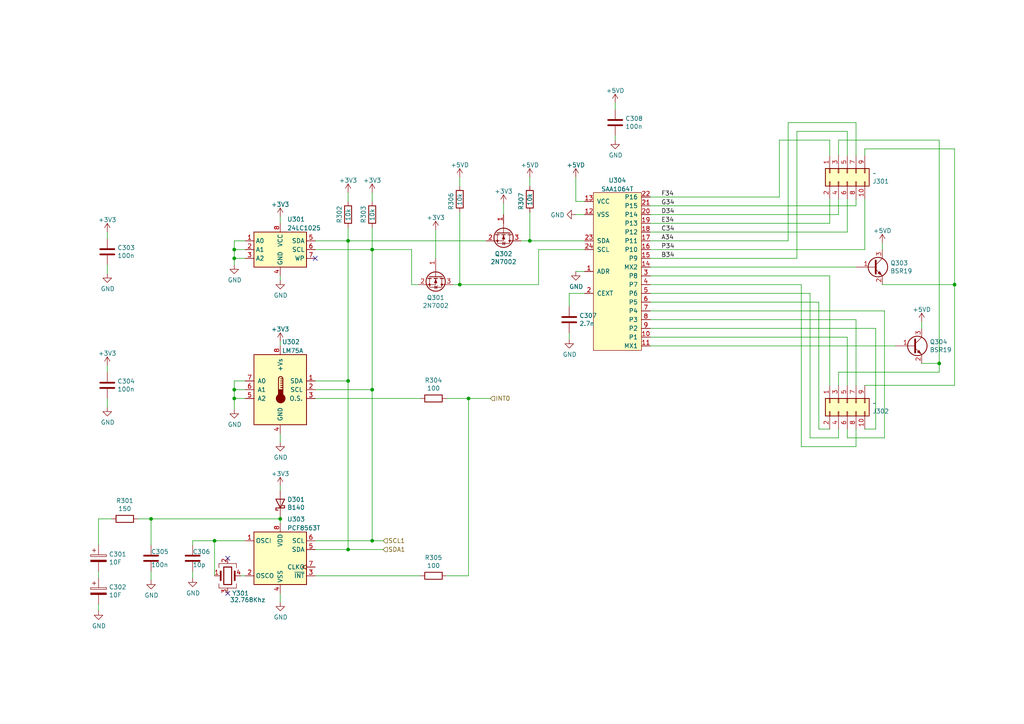
<source format=kicad_sch>
(kicad_sch (version 20231120) (generator "eeschema") (generator_version "8.0")
  (paper "A4")
  (title_block (title "CPU CUBE") (date "2022-12-25") (rev "V2.10") (company "CUBEDEB") (comment 1 "I2C"))
  (lib_symbols
    (symbol "CEN-SCHEMA:SAA1064T" (pin_names (offset 1.016))
      (property "Reference" "U" (at 46.355 1.905 0))
      (property "Value" "SAA1064T" (at 46.355 1.905 0))
      (symbol "SAA1064T_0_1"
        (rectangle (start -5.08 22.86) (end 8.89 -22.86) (fill (type background)))
      )
      (symbol "SAA1064T_1_1"
        (pin input line (at 11.43 0 180) (length 2.54) (name "ADR") (number "1"))
        (pin input line (at -7.62 -19.05 0) (length 2.54) (name "P1") (number "10"))
        (pin input line (at -7.62 -21.59 0) (length 2.54) (name "MX1") (number "11"))
        (pin input line (at 11.43 16.51 180) (length 2.54) (name "VSS") (number "12"))
        (pin input line (at 11.43 20.32 180) (length 2.54) (name "VCC") (number "13"))
        (pin input line (at -7.62 1.27 0) (length 2.54) (name "MX2") (number "14"))
        (pin input line (at -7.62 3.81 0) (length 2.54) (name "P9") (number "15"))
        (pin input line (at -7.62 6.35 0) (length 2.54) (name "P10") (number "16"))
        (pin input line (at -7.62 8.89 0) (length 2.54) (name "P11") (number "17"))
        (pin input line (at -7.62 11.43 0) (length 2.54) (name "P12") (number "18"))
        (pin input line (at -7.62 13.97 0) (length 2.54) (name "P13") (number "19"))
        (pin input line (at 11.43 -6.35 180) (length 2.54) (name "CEXT") (number "2"))
        (pin input line (at -7.62 16.51 0) (length 2.54) (name "P14") (number "20"))
        (pin input line (at -7.62 19.05 0) (length 2.54) (name "P15") (number "21"))
        (pin input line (at -7.62 21.59 0) (length 2.54) (name "P16") (number "22"))
        (pin input line (at 11.43 8.89 180) (length 2.54) (name "SDA") (number "23"))
        (pin input line (at 11.43 6.35 180) (length 2.54) (name "SCL") (number "24"))
        (pin input line (at -7.62 -1.27 0) (length 2.54) (name "P8") (number "3"))
        (pin input line (at -7.62 -3.81 0) (length 2.54) (name "P7") (number "4"))
        (pin input line (at -7.62 -6.35 0) (length 2.54) (name "P6") (number "5"))
        (pin input line (at -7.62 -8.89 0) (length 2.54) (name "P5") (number "6"))
        (pin input line (at -7.62 -11.43 0) (length 2.54) (name "P4") (number "7"))
        (pin input line (at -7.62 -13.97 0) (length 2.54) (name "P3") (number "8"))
        (pin input line (at -7.62 -16.51 0) (length 2.54) (name "P2") (number "9"))
      )
    )
    (symbol "Connector_Generic:Conn_02x05_Odd_Even" (pin_names (offset 1.016) hide)
      (property "Reference" "J" (at 1.27 7.62 0))
      (property "Value" "Conn_02x05_Odd_Even" (at 1.27 -7.62 0))
      (symbol "Conn_02x05_Odd_Even_1_1"
        (rectangle (start -1.27 -4.953) (end 0 -5.207) (stroke (width 0.1524)))
        (rectangle (start -1.27 -2.413) (end 0 -2.667) (stroke (width 0.1524)))
        (rectangle (start -1.27 0.127) (end 0 -0.127) (stroke (width 0.1524)))
        (rectangle (start -1.27 2.667) (end 0 2.413) (stroke (width 0.1524)))
        (rectangle (start -1.27 5.207) (end 0 4.953) (stroke (width 0.1524)))
        (rectangle (start -1.27 6.35) (end 3.81 -6.35) (stroke (width 0.254)) (fill (type background)))
        (rectangle (start 3.81 -4.953) (end 2.54 -5.207) (stroke (width 0.1524)))
        (rectangle (start 3.81 -2.413) (end 2.54 -2.667) (stroke (width 0.1524)))
        (rectangle (start 3.81 0.127) (end 2.54 -0.127) (stroke (width 0.1524)))
        (rectangle (start 3.81 2.667) (end 2.54 2.413) (stroke (width 0.1524)))
        (rectangle (start 3.81 5.207) (end 2.54 4.953) (stroke (width 0.1524)))
        (pin passive line (at -5.08 5.08 0) (length 3.81) (name "Pin_1") (number "1"))
        (pin passive line (at 7.62 -5.08 180) (length 3.81) (name "Pin_10") (number "10"))
        (pin passive line (at 7.62 5.08 180) (length 3.81) (name "Pin_2") (number "2"))
        (pin passive line (at -5.08 2.54 0) (length 3.81) (name "Pin_3") (number "3"))
        (pin passive line (at 7.62 2.54 180) (length 3.81) (name "Pin_4") (number "4"))
        (pin passive line (at -5.08 0 0) (length 3.81) (name "Pin_5") (number "5"))
        (pin passive line (at 7.62 0 180) (length 3.81) (name "Pin_6") (number "6"))
        (pin passive line (at -5.08 -2.54 0) (length 3.81) (name "Pin_7") (number "7"))
        (pin passive line (at 7.62 -2.54 180) (length 3.81) (name "Pin_8") (number "8"))
        (pin passive line (at -5.08 -5.08 0) (length 3.81) (name "Pin_9") (number "9"))
      )
    )
    (symbol "Device:C" (pin_numbers hide) (pin_names (offset 0.254))
      (property "Reference" "C" (at 0.635 2.54 0))
      (property "Value" "C" (at 0.635 -2.54 0))
      (symbol "C_0_1"
        (polyline (pts (xy -2.032 -0.762) (xy 2.032 -0.762)) (stroke (width 0.508)))
        (polyline (pts (xy -2.032 0.762) (xy 2.032 0.762)) (stroke (width 0.508)))
      )
      (symbol "C_1_1"
        (pin passive line (at 0 3.81 270) (length 2.794) (name "~") (number "1"))
        (pin passive line (at 0 -3.81 90) (length 2.794) (name "~") (number "2"))
      )
    )
    (symbol "Device:C_Polarized" (pin_numbers hide) (pin_names (offset 0.254))
      (property "Reference" "C" (at 0.635 2.54 0))
      (property "Value" "C_Polarized" (at 0.635 -2.54 0))
      (symbol "C_Polarized_0_1"
        (rectangle (start -2.286 0.508) (end 2.286 1.016))
        (polyline (pts (xy -1.778 2.286) (xy -0.762 2.286)))
        (polyline (pts (xy -1.27 2.794) (xy -1.27 1.778)))
        (rectangle (start 2.286 -0.508) (end -2.286 -1.016) (fill (type outline)))
      )
      (symbol "C_Polarized_1_1"
        (pin passive line (at 0 3.81 270) (length 2.794) (name "~") (number "1"))
        (pin passive line (at 0 -3.81 90) (length 2.794) (name "~") (number "2"))
      )
    )
    (symbol "Device:Crystal_GND23" (pin_names (offset 1.016) hide)
      (property "Reference" "Y" (at 3.175 5.08 0))
      (property "Value" "Crystal_GND23" (at 3.175 3.175 0))
      (symbol "Crystal_GND23_0_1"
        (rectangle (start -1.143 2.54) (end 1.143 -2.54) (stroke (width 0.3048)))
        (polyline (pts (xy -2.54 0) (xy -2.032 0)))
        (polyline (pts (xy -2.032 -1.27) (xy -2.032 1.27)) (stroke (width 0.508)))
        (polyline (pts (xy 0 -3.81) (xy 0 -3.556)))
        (polyline (pts (xy 0 3.556) (xy 0 3.81)))
        (polyline (pts (xy 2.032 -1.27) (xy 2.032 1.27)) (stroke (width 0.508)))
        (polyline (pts (xy 2.032 0) (xy 2.54 0)))
        (polyline (pts (xy -2.54 -2.286) (xy -2.54 -3.556) (xy 2.54 -3.556) (xy 2.54 -2.286)))
        (polyline (pts (xy -2.54 2.286) (xy -2.54 3.556) (xy 2.54 3.556) (xy 2.54 2.286)))
      )
      (symbol "Crystal_GND23_1_1"
        (pin passive line (at -3.81 0 0) (length 1.27) (name "1") (number "1"))
        (pin passive line (at 0 5.08 270) (length 1.27) (name "2") (number "2"))
        (pin passive line (at 0 -5.08 90) (length 1.27) (name "3") (number "3"))
        (pin passive line (at 3.81 0 180) (length 1.27) (name "4") (number "4"))
      )
    )
    (symbol "Device:D_Schottky" (pin_numbers hide) (pin_names (offset 1.016) hide)
      (property "Reference" "D" (at 0 2.54 0))
      (property "Value" "D_Schottky" (at 0 -2.54 0))
      (symbol "D_Schottky_0_1"
        (polyline (pts (xy 1.27 0) (xy -1.27 0)))
        (polyline (pts (xy 1.27 1.27) (xy 1.27 -1.27) (xy -1.27 0) (xy 1.27 1.27)) (stroke (width 0.254)))
        (polyline (pts (xy -1.905 0.635) (xy -1.905 1.27) (xy -1.27 1.27) (xy -1.27 -1.27) (xy -0.635 -1.27) (xy -0.635 -0.635)) (stroke (width 0.254)))
      )
      (symbol "D_Schottky_1_1"
        (pin passive line (at -3.81 0 0) (length 2.54) (name "K") (number "1"))
        (pin passive line (at 3.81 0 180) (length 2.54) (name "A") (number "2"))
      )
    )
    (symbol "Device:R" (pin_numbers hide) (pin_names (offset 0))
      (property "Reference" "R" (at 2.032 0 90))
      (property "Value" "R" (at 0 0 90))
      (symbol "R_0_1"
        (rectangle (start -1.016 -2.54) (end 1.016 2.54) (stroke (width 0.254)))
      )
      (symbol "R_1_1"
        (pin passive line (at 0 3.81 270) (length 1.27) (name "~") (number "1"))
        (pin passive line (at 0 -3.81 90) (length 1.27) (name "~") (number "2"))
      )
    )
    (symbol "Memory_EEPROM:24LC1025"
      (property "Reference" "U" (at -6.35 6.35 0))
      (property "Value" "24LC1025" (at 1.27 6.35 0))
      (symbol "24LC1025_1_1"
        (rectangle (start -7.62 5.08) (end 7.62 -5.08) (stroke (width 0.254)) (fill (type background)))
        (pin input line (at -10.16 2.54 0) (length 2.54) (name "A0") (number "1"))
        (pin input line (at -10.16 0 0) (length 2.54) (name "A1") (number "2"))
        (pin input line (at -10.16 -2.54 0) (length 2.54) (name "A2") (number "3"))
        (pin power_in line (at 0 -7.62 90) (length 2.54) (name "GND") (number "4"))
        (pin bidirectional line (at 10.16 2.54 180) (length 2.54) (name "SDA") (number "5"))
        (pin input line (at 10.16 0 180) (length 2.54) (name "SCL") (number "6"))
        (pin input line (at 10.16 -2.54 180) (length 2.54) (name "WP") (number "7"))
        (pin power_in line (at 0 7.62 270) (length 2.54) (name "VCC") (number "8"))
      )
    )
    (symbol "Sensor_Temperature:LM75B" (pin_names (offset 1.016))
      (property "Reference" "U" (at -6.35 11.43 0))
      (property "Value" "LM75B" (at 0 11.43 0))
      (symbol "LM75B_0_1"
        (rectangle (start -7.62 10.16) (end 7.62 -10.16) (stroke (width 0.254)) (fill (type background)))
        (circle (center -0.127 -2.54) (radius 1.27) (stroke (width 0.254)) (fill (type outline)))
        (polyline (pts (xy -0.762 0.635) (xy -0.127 0.635)) (stroke (width 0.254)))
        (polyline (pts (xy -0.762 1.27) (xy -0.127 1.27)) (stroke (width 0.254)))
        (polyline (pts (xy -0.762 1.905) (xy -0.127 1.905)) (stroke (width 0.254)))
        (polyline (pts (xy -0.762 2.54) (xy -0.127 2.54)) (stroke (width 0.254)))
        (polyline (pts (xy -0.762 3.175) (xy -0.762 0)) (stroke (width 0.254)))
        (polyline (pts (xy -0.762 3.175) (xy -0.127 3.175)) (stroke (width 0.254)))
        (polyline (pts (xy 0.508 3.175) (xy 0.508 0)) (stroke (width 0.254)))
        (rectangle (start 0.508 -1.905) (end -0.762 0) (stroke (width 0.254)) (fill (type outline)))
        (arc (start 0.508 3.175) (mid -0.127 3.8072) (end -0.762 3.175) (stroke (width 0.254)))
      )
      (symbol "LM75B_1_1"
        (pin bidirectional line (at -10.16 2.54 0) (length 2.54) (name "SDA") (number "1"))
        (pin input line (at -10.16 0 0) (length 2.54) (name "SCL") (number "2"))
        (pin open_collector line (at -10.16 -2.54 0) (length 2.54) (name "O.S.") (number "3"))
        (pin power_in line (at 0 -12.7 90) (length 2.54) (name "GND") (number "4"))
        (pin input line (at 10.16 -2.54 180) (length 2.54) (name "A2") (number "5"))
        (pin input line (at 10.16 0 180) (length 2.54) (name "A1") (number "6"))
        (pin input line (at 10.16 2.54 180) (length 2.54) (name "A0") (number "7"))
        (pin power_in line (at 0 12.7 270) (length 2.54) (name "+Vs") (number "8"))
      )
    )
    (symbol "Timer_RTC:PCF8563T"
      (property "Reference" "U" (at -7.62 8.89 0))
      (property "Value" "PCF8563T" (at 2.54 8.89 0))
      (symbol "PCF8563T_0_1"
        (rectangle (start -7.62 7.62) (end 7.62 -7.62) (stroke (width 0.254)) (fill (type background)))
      )
      (symbol "PCF8563T_1_1"
        (pin input line (at -10.16 5.08 0) (length 2.54) (name "OSCI") (number "1"))
        (pin output line (at -10.16 -5.08 0) (length 2.54) (name "OSCO") (number "2"))
        (pin output line (at 10.16 -5.08 180) (length 2.54) (name "~{INT}") (number "3"))
        (pin power_in line (at 0 -10.16 90) (length 2.54) (name "VSS") (number "4"))
        (pin bidirectional line (at 10.16 2.54 180) (length 2.54) (name "SDA") (number "5"))
        (pin input line (at 10.16 5.08 180) (length 2.54) (name "SCL") (number "6"))
        (pin output clock (at 10.16 -2.54 180) (length 2.54) (name "CLKO") (number "7"))
        (pin power_in line (at 0 10.16 270) (length 2.54) (name "VDD") (number "8"))
      )
    )
    (symbol "Transistor_BJT:BC817" (pin_names (offset 0) hide)
      (property "Reference" "Q" (at 5.08 1.905 0))
      (property "Value" "BC817" (at 5.08 0 0))
      (symbol "BC817_0_1"
        (polyline (pts (xy 0.635 0.635) (xy 2.54 2.54)))
        (polyline (pts (xy 0.635 -0.635) (xy 2.54 -2.54) (xy 2.54 -2.54)))
        (polyline (pts (xy 0.635 1.905) (xy 0.635 -1.905) (xy 0.635 -1.905)) (stroke (width 0.508)))
        (polyline (pts (xy 1.27 -1.778) (xy 1.778 -1.27) (xy 2.286 -2.286) (xy 1.27 -1.778) (xy 1.27 -1.778)) (fill (type outline)))
        (circle (center 1.27 0) (radius 2.8194) (stroke (width 0.254)))
      )
      (symbol "BC817_1_1"
        (pin input line (at -5.08 0 0) (length 5.715) (name "B") (number "1"))
        (pin passive line (at 2.54 -5.08 90) (length 2.54) (name "E") (number "2"))
        (pin passive line (at 2.54 5.08 270) (length 2.54) (name "C") (number "3"))
      )
    )
    (symbol "Transistor_FET:2N7002" (pin_names hide)
      (property "Reference" "Q" (at 5.08 1.905 0))
      (property "Value" "2N7002" (at 5.08 0 0))
      (symbol "2N7002_0_1"
        (polyline (pts (xy 0.254 0) (xy -2.54 0)))
        (polyline (pts (xy 0.254 1.905) (xy 0.254 -1.905)) (stroke (width 0.254)))
        (polyline (pts (xy 0.762 -1.27) (xy 0.762 -2.286)) (stroke (width 0.254)))
        (polyline (pts (xy 0.762 0.508) (xy 0.762 -0.508)) (stroke (width 0.254)))
        (polyline (pts (xy 0.762 2.286) (xy 0.762 1.27)) (stroke (width 0.254)))
        (polyline (pts (xy 2.54 2.54) (xy 2.54 1.778)))
        (polyline (pts (xy 2.54 -2.54) (xy 2.54 0) (xy 0.762 0)))
        (polyline (pts (xy 0.762 -1.778) (xy 3.302 -1.778) (xy 3.302 1.778) (xy 0.762 1.778)))
        (polyline (pts (xy 1.016 0) (xy 2.032 0.381) (xy 2.032 -0.381) (xy 1.016 0)) (fill (type outline)))
        (polyline (pts (xy 2.794 0.508) (xy 2.921 0.381) (xy 3.683 0.381) (xy 3.81 0.254)))
        (polyline (pts (xy 3.302 0.381) (xy 2.921 -0.254) (xy 3.683 -0.254) (xy 3.302 0.381)))
        (circle (center 1.651 0) (radius 2.794) (stroke (width 0.254)))
        (circle (center 2.54 -1.778) (radius 0.254) (fill (type outline)))
        (circle (center 2.54 1.778) (radius 0.254) (fill (type outline)))
      )
      (symbol "2N7002_1_1"
        (pin input line (at -5.08 0 0) (length 2.54) (name "G") (number "1"))
        (pin passive line (at 2.54 -5.08 90) (length 2.54) (name "S") (number "2"))
        (pin passive line (at 2.54 5.08 270) (length 2.54) (name "D") (number "3"))
      )
    )
    (symbol "power:+3.3V" (power) (pin_names (offset 0))
      (property "Value" "+3.3V" (at 0 3.556 0))
      (symbol "+3.3V_0_1"
        (polyline (pts (xy -0.762 1.27) (xy 0 2.54)))
        (polyline (pts (xy 0 0) (xy 0 2.54)))
        (polyline (pts (xy 0 2.54) (xy 0.762 1.27)))
      )
      (symbol "+3.3V_1_1"
        (pin power_in line (at 0 0 90) (length 0) hide (name "+3V3") (number "1"))
      )
    )
    (symbol "power:+5VD" (power) (pin_names (offset 0))
      (property "Value" "+5VD" (at 0 3.556 0))
      (symbol "+5VD_0_1"
        (polyline (pts (xy -0.762 1.27) (xy 0 2.54)))
        (polyline (pts (xy 0 0) (xy 0 2.54)))
        (polyline (pts (xy 0 2.54) (xy 0.762 1.27)))
      )
      (symbol "+5VD_1_1"
        (pin power_in line (at 0 0 90) (length 0) hide (name "+5VD") (number "1"))
      )
    )
    (symbol "power:GND" (power) (pin_names (offset 0))
      (property "Value" "GND" (at 0 -3.81 0))
      (symbol "GND_0_1"
        (polyline (pts (xy 0 0) (xy 0 -1.27) (xy 1.27 -1.27) (xy 0 -2.54) (xy -1.27 -1.27) (xy 0 -1.27)))
      )
      (symbol "GND_1_1"
        (pin power_in line (at 0 0 270) (length 0) hide (name "GND") (number "1"))
      )
    )
  )
  (junction (at 100.965 110.49))
  (junction (at 43.815 150.495))
  (junction (at 100.965 159.385))
  (junction (at 67.945 113.03))
  (junction (at 272.415 105.41))
  (junction (at 107.95 113.03))
  (junction (at 107.95 72.39))
  (junction (at 100.965 69.85))
  (junction (at 107.95 156.845))
  (junction (at 153.67 69.85))
  (junction (at 81.28 150.495))
  (junction (at 133.35 82.55))
  (junction (at 276.86 82.55))
  (junction (at 67.945 115.57))
  (junction (at 62.23 156.845))
  (junction (at 67.945 72.39))
  (junction (at 135.89 115.57))
  (junction (at 67.945 74.93))
  (no_connect (at 66.04 161.925))
  (no_connect (at 66.04 172.085))
  (no_connect (at 91.44 74.93))
  (wire (pts (xy 188.595 87.63) (xy 237.49 87.63)))
  (wire (pts (xy 81.28 150.495) (xy 81.28 149.86)))
  (wire (pts (xy 67.945 74.93) (xy 67.945 76.835)))
  (wire (pts (xy 188.595 67.31) (xy 245.745 67.31)))
  (wire (pts (xy 119.38 72.39) (xy 119.38 82.55)))
  (wire (pts (xy 81.28 150.495) (xy 43.815 150.495)))
  (wire (pts (xy 100.965 159.385) (xy 91.44 159.385)))
  (wire (pts (xy 243.205 107.95) (xy 243.205 111.76)))
  (wire (pts (xy 276.86 111.76) (xy 276.86 82.55)))
  (wire (pts (xy 107.95 58.42) (xy 107.95 55.88)))
  (wire (pts (xy 237.49 124.46) (xy 240.665 124.46)))
  (wire (pts (xy 188.595 90.17) (xy 256.54 90.17)))
  (wire (pts (xy 234.95 85.09) (xy 234.95 127)))
  (wire (pts (xy 91.44 69.85) (xy 100.965 69.85)))
  (wire (pts (xy 188.595 85.09) (xy 234.95 85.09)))
  (wire (pts (xy 153.67 51.435) (xy 153.67 53.975)))
  (wire (pts (xy 167.005 58.42) (xy 169.545 58.42)))
  (wire (pts (xy 255.905 72.39) (xy 255.905 70.485)))
  (wire (pts (xy 188.595 57.15) (xy 226.06 57.15)))
  (wire (pts (xy 250.825 72.39) (xy 250.825 57.785)))
  (wire (pts (xy 267.335 95.25) (xy 267.335 93.345)))
  (wire (pts (xy 91.44 156.845) (xy 107.95 156.845)))
  (wire (pts (xy 231.14 38.1) (xy 231.14 74.93)))
  (wire (pts (xy 250.825 43.18) (xy 250.825 45.085)))
  (wire (pts (xy 231.14 38.1) (xy 245.745 38.1)))
  (wire (pts (xy 32.385 150.495) (xy 28.575 150.495)))
  (wire (pts (xy 81.28 100.33) (xy 81.28 99.06)))
  (wire (pts (xy 55.88 165.735) (xy 55.88 167.64)))
  (wire (pts (xy 71.12 113.03) (xy 67.945 113.03)))
  (wire (pts (xy 248.285 92.71) (xy 248.285 111.76)))
  (wire (pts (xy 133.35 61.595) (xy 133.35 82.55)))
  (wire (pts (xy 31.115 115.57) (xy 31.115 118.11)))
  (wire (pts (xy 81.28 172.085) (xy 81.28 174.625)))
  (wire (pts (xy 272.415 40.64) (xy 243.205 40.64)))
  (wire (pts (xy 165.1 85.09) (xy 165.1 88.9)))
  (wire (pts (xy 107.95 156.845) (xy 111.125 156.845)))
  (wire (pts (xy 178.435 39.37) (xy 178.435 40.64)))
  (wire (pts (xy 91.44 167.005) (xy 121.92 167.005)))
  (wire (pts (xy 81.28 64.77) (xy 81.28 62.865)))
  (wire (pts (xy 43.815 165.735) (xy 43.815 168.275)))
  (wire (pts (xy 243.205 40.64) (xy 243.205 45.085)))
  (wire (pts (xy 256.54 127) (xy 245.745 127)))
  (wire (pts (xy 250.825 111.76) (xy 276.86 111.76)))
  (wire (pts (xy 100.965 66.04) (xy 100.965 69.85)))
  (wire (pts (xy 240.665 80.01) (xy 240.665 111.76)))
  (wire (pts (xy 240.665 40.64) (xy 240.665 45.085)))
  (wire (pts (xy 169.545 85.09) (xy 165.1 85.09)))
  (wire (pts (xy 107.95 72.39) (xy 119.38 72.39)))
  (wire (pts (xy 62.23 156.845) (xy 62.23 167.005)))
  (wire (pts (xy 55.88 156.845) (xy 62.23 156.845)))
  (wire (pts (xy 228.6 35.56) (xy 248.285 35.56)))
  (wire (pts (xy 232.41 129.54) (xy 248.285 129.54)))
  (wire (pts (xy 91.44 110.49) (xy 100.965 110.49)))
  (wire (pts (xy 100.965 110.49) (xy 100.965 159.385)))
  (wire (pts (xy 188.595 74.93) (xy 231.14 74.93)))
  (wire (pts (xy 71.12 74.93) (xy 67.945 74.93)))
  (wire (pts (xy 188.595 92.71) (xy 248.285 92.71)))
  (wire (pts (xy 146.05 62.23) (xy 146.05 59.055)))
  (wire (pts (xy 62.23 156.845) (xy 71.12 156.845)))
  (wire (pts (xy 71.12 115.57) (xy 67.945 115.57)))
  (wire (pts (xy 188.595 82.55) (xy 232.41 82.55)))
  (wire (pts (xy 167.005 51.435) (xy 167.005 58.42)))
  (wire (pts (xy 167.005 62.23) (xy 169.545 62.23)))
  (wire (pts (xy 71.12 69.85) (xy 67.945 69.85)))
  (wire (pts (xy 188.595 72.39) (xy 250.825 72.39)))
  (wire (pts (xy 67.945 72.39) (xy 67.945 69.85)))
  (wire (pts (xy 248.285 59.69) (xy 248.285 57.785)))
  (wire (pts (xy 133.35 51.435) (xy 133.35 53.975)))
  (wire (pts (xy 81.28 80.01) (xy 81.28 81.28)))
  (wire (pts (xy 254 124.46) (xy 250.825 124.46)))
  (wire (pts (xy 107.95 66.04) (xy 107.95 72.39)))
  (wire (pts (xy 226.06 40.64) (xy 240.665 40.64)))
  (wire (pts (xy 188.595 59.69) (xy 248.285 59.69)))
  (wire (pts (xy 91.44 113.03) (xy 107.95 113.03)))
  (wire (pts (xy 31.115 67.31) (xy 31.115 69.215)))
  (wire (pts (xy 245.745 127) (xy 245.745 124.46)))
  (wire (pts (xy 67.945 113.03) (xy 67.945 115.57)))
  (wire (pts (xy 129.54 115.57) (xy 135.89 115.57)))
  (wire (pts (xy 267.335 105.41) (xy 272.415 105.41)))
  (wire (pts (xy 31.115 76.835) (xy 31.115 79.375)))
  (wire (pts (xy 100.965 69.85) (xy 100.965 110.49)))
  (wire (pts (xy 188.595 95.25) (xy 254 95.25)))
  (wire (pts (xy 135.89 167.005) (xy 129.54 167.005)))
  (wire (pts (xy 248.285 129.54) (xy 248.285 124.46)))
  (wire (pts (xy 100.965 159.385) (xy 111.125 159.385)))
  (wire (pts (xy 226.06 40.64) (xy 226.06 57.15)))
  (wire (pts (xy 156.21 72.39) (xy 169.545 72.39)))
  (wire (pts (xy 153.67 61.595) (xy 153.67 69.85)))
  (wire (pts (xy 243.205 127) (xy 243.205 124.46)))
  (wire (pts (xy 188.595 97.79) (xy 245.745 97.79)))
  (wire (pts (xy 71.12 110.49) (xy 67.945 110.49)))
  (wire (pts (xy 107.95 156.845) (xy 107.95 113.03)))
  (wire (pts (xy 91.44 115.57) (xy 121.92 115.57)))
  (wire (pts (xy 240.665 64.77) (xy 240.665 57.785)))
  (wire (pts (xy 43.815 150.495) (xy 43.815 158.115)))
  (wire (pts (xy 31.115 106.045) (xy 31.115 107.95)))
  (wire (pts (xy 188.595 64.77) (xy 240.665 64.77)))
  (wire (pts (xy 254 95.25) (xy 254 124.46)))
  (wire (pts (xy 178.435 29.845) (xy 178.435 31.75)))
  (wire (pts (xy 91.44 72.39) (xy 107.95 72.39)))
  (wire (pts (xy 55.88 156.845) (xy 55.88 158.115)))
  (wire (pts (xy 69.85 167.005) (xy 71.12 167.005)))
  (wire (pts (xy 237.49 87.63) (xy 237.49 124.46)))
  (wire (pts (xy 153.67 69.85) (xy 169.545 69.85)))
  (wire (pts (xy 67.945 110.49) (xy 67.945 113.03)))
  (wire (pts (xy 135.89 115.57) (xy 135.89 167.005)))
  (wire (pts (xy 188.595 77.47) (xy 248.285 77.47)))
  (wire (pts (xy 234.95 127) (xy 243.205 127)))
  (wire (pts (xy 255.905 82.55) (xy 276.86 82.55)))
  (wire (pts (xy 81.28 140.97) (xy 81.28 142.24)))
  (wire (pts (xy 188.595 80.01) (xy 240.665 80.01)))
  (wire (pts (xy 43.815 150.495) (xy 40.005 150.495)))
  (wire (pts (xy 100.965 69.85) (xy 140.97 69.85)))
  (wire (pts (xy 133.35 82.55) (xy 156.21 82.55)))
  (wire (pts (xy 276.86 82.55) (xy 276.86 43.18)))
  (wire (pts (xy 126.365 74.93) (xy 126.365 66.675)))
  (wire (pts (xy 156.21 82.55) (xy 156.21 72.39)))
  (wire (pts (xy 67.945 74.93) (xy 67.945 72.39)))
  (wire (pts (xy 256.54 90.17) (xy 256.54 127)))
  (wire (pts (xy 81.28 125.73) (xy 81.28 128.27)))
  (wire (pts (xy 151.13 69.85) (xy 153.67 69.85)))
  (wire (pts (xy 228.6 35.56) (xy 228.6 69.85)))
  (wire (pts (xy 28.575 175.26) (xy 28.575 177.165)))
  (wire (pts (xy 276.86 43.18) (xy 250.825 43.18)))
  (wire (pts (xy 245.745 67.31) (xy 245.745 57.785)))
  (wire (pts (xy 243.205 62.23) (xy 243.205 57.785)))
  (wire (pts (xy 131.445 82.55) (xy 133.35 82.55)))
  (wire (pts (xy 167.005 78.74) (xy 169.545 78.74)))
  (wire (pts (xy 272.415 107.95) (xy 243.205 107.95)))
  (wire (pts (xy 188.595 69.85) (xy 228.6 69.85)))
  (wire (pts (xy 165.1 96.52) (xy 165.1 98.425)))
  (wire (pts (xy 107.95 72.39) (xy 107.95 113.03)))
  (wire (pts (xy 245.745 97.79) (xy 245.745 111.76)))
  (wire (pts (xy 67.945 115.57) (xy 67.945 118.745)))
  (wire (pts (xy 232.41 82.55) (xy 232.41 129.54)))
  (wire (pts (xy 245.745 38.1) (xy 245.745 45.085)))
  (wire (pts (xy 100.965 58.42) (xy 100.965 55.88)))
  (wire (pts (xy 259.715 100.33) (xy 188.595 100.33)))
  (wire (pts (xy 119.38 82.55) (xy 121.285 82.55)))
  (wire (pts (xy 188.595 62.23) (xy 243.205 62.23)))
  (wire (pts (xy 28.575 150.495) (xy 28.575 158.115)))
  (wire (pts (xy 272.415 40.64) (xy 272.415 105.41)))
  (wire (pts (xy 71.12 72.39) (xy 67.945 72.39)))
  (wire (pts (xy 272.415 105.41) (xy 272.415 107.95)))
  (wire (pts (xy 248.285 35.56) (xy 248.285 45.085)))
  (wire (pts (xy 28.575 165.735) (xy 28.575 167.64)))
  (wire (pts (xy 81.28 151.765) (xy 81.28 150.495)))
  (wire (pts (xy 135.89 115.57) (xy 142.24 115.57)))
  (label "A34" (at 191.77 69.85 0))
  (label "F34" (at 191.77 57.15 0))
  (label "G34" (at 191.77 59.69 0))
  (label "D34" (at 191.77 62.23 0))
  (label "B34" (at 191.77 74.93 0))
  (label "P34" (at 191.77 72.39 0))
  (label "C34" (at 191.77 67.31 0))
  (label "E34" (at 191.77 64.77 0))
  (hierarchical_label "SDA1" (shape input) (at 111.125 159.385 0))
  (hierarchical_label "SCL1" (shape input) (at 111.125 156.845 0))
  (hierarchical_label "INT0" (shape input) (at 142.24 115.57 0))
  (symbol (lib_id "power:+3.3V") (at 81.28 62.865 0) (unit 1)
    (property "Reference" "#PWR0310" (effects (hide yes)))
    (property "Value" "+3V3" (at 81.28 59.309 0))
  )
  (symbol (lib_id "Device:C") (at 178.435 35.56 0) (unit 1)
    (property "Reference" "C308" (at 181.356 34.3916 0) (effects (justify left)))
    (property "Value" "100n" (at 181.356 36.703 0) (effects (justify left)))
    (property "Footprint" "Capacitor_SMD:C_0603_1608Metric" (effects (hide yes)))
  )
  (symbol (lib_id "Connector_Generic:Conn_02x05_Odd_Even") (at 245.745 116.84 90) (mirror x) (unit 1)
    (property "Reference" "J302" (at 253.0602 119.2784 90) (effects (justify right)))
    (property "Value" "~" (at 253.0602 116.967 90) (effects (justify right)))
    (property "Footprint" "Connector_PinSocket_2.54mm:PinSocket_2x05_P2.54mm_Horizontal" (effects (hide yes)))
  )
  (symbol (lib_id "power:GND") (at 31.115 79.375 0) (unit 1)
    (property "Reference" "#PWR0303" (effects (hide yes)))
    (property "Value" "GND" (at 31.242 83.7692 0))
  )
  (symbol (lib_id "power:GND") (at 81.28 174.625 0) (unit 1)
    (property "Reference" "#PWR0315" (effects (hide yes)))
    (property "Value" "GND" (at 81.407 179.0192 0))
  )
  (symbol (lib_id "Connector_Generic:Conn_02x05_Odd_Even") (at 245.745 50.165 90) (mirror x) (unit 1)
    (property "Reference" "J301" (at 253.0602 52.6034 90) (effects (justify right)))
    (property "Value" "~" (at 253.0602 50.292 90) (effects (justify right)))
    (property "Footprint" "Connector_PinSocket_2.54mm:PinSocket_2x05_P2.54mm_Horizontal" (effects (hide yes)))
  )
  (symbol (lib_id "power:GND") (at 67.945 76.835 0) (unit 1)
    (property "Reference" "#PWR0308" (effects (hide yes)))
    (property "Value" "GND" (at 68.072 81.2292 0))
  )
  (symbol (lib_id "Timer_RTC:PCF8563T") (at 81.28 161.925 0) (unit 1)
    (property "Reference" "U303" (at 83.2994 150.6052 0) (effects (justify left)))
    (property "Value" "PCF8563T" (at 83.2994 153.1421 0) (effects (justify left)))
    (property "Footprint" "Package_SO:SOIC-8_3.9x4.9mm_P1.27mm" (effects (hide yes)))
    (property "Datasheet" "https://assets.nexperia.com/documents/data-sheet/PCF8563.pdf" (effects (hide yes)))
  )
  (symbol (lib_id "Device:R") (at 153.67 57.785 0) (unit 1)
    (property "Reference" "R307" (at 151.13 60.96 90) (effects (justify left)))
    (property "Value" "10k" (at 153.67 59.69 90) (effects (justify left)))
    (property "Footprint" "Resistor_SMD:R_0603_1608Metric" (effects (hide yes)))
  )
  (symbol (lib_id "Device:C") (at 55.88 161.925 0) (unit 1)
    (property "Reference" "C306" (at 55.88 160.02 0) (effects (justify left)))
    (property "Value" "10p" (at 55.88 163.83 0) (effects (justify left)))
    (property "Footprint" "Capacitor_SMD:C_0603_1608Metric" (effects (hide yes)))
  )
  (symbol (lib_id "Device:R") (at 36.195 150.495 270) (unit 1)
    (property "Reference" "R301" (at 36.195 145.2372 90))
    (property "Value" "150" (at 36.195 147.5486 90))
    (property "Footprint" "Resistor_SMD:R_0603_1608Metric" (effects (hide yes)))
  )
  (symbol (lib_id "power:+3.3V") (at 81.28 140.97 0) (unit 1)
    (property "Reference" "#PWR0314" (effects (hide yes)))
    (property "Value" "+3V3" (at 81.28 137.414 0))
  )
  (symbol (lib_id "power:+3.3V") (at 81.28 99.06 0) (unit 1)
    (property "Reference" "#PWR0312" (effects (hide yes)))
    (property "Value" "+3V3" (at 81.28 95.4842 0))
  )
  (symbol (lib_id "Device:D_Schottky") (at 81.28 146.05 90) (unit 1)
    (property "Reference" "D301" (at 83.312 144.8816 90) (effects (justify right)))
    (property "Value" "B140" (at 83.312 147.193 90) (effects (justify right)))
    (property "Footprint" "Diode_SMD:D_1206_3216Metric" (effects (hide yes)))
  )
  (symbol (lib_id "power:+5VD") (at 153.67 51.435 0) (unit 1)
    (property "Reference" "#PWR0321" (effects (hide yes)))
    (property "Value" "+5VD" (at 153.67 47.879 0))
  )
  (symbol (lib_id "Device:C") (at 31.115 111.76 0) (unit 1)
    (property "Reference" "C304" (at 34.036 110.5916 0) (effects (justify left)))
    (property "Value" "100n" (at 34.036 112.903 0) (effects (justify left)))
    (property "Footprint" "Capacitor_SMD:C_0603_1608Metric" (effects (hide yes)))
  )
  (symbol (lib_id "Device:C") (at 31.115 73.025 0) (unit 1)
    (property "Reference" "C303" (at 34.036 71.8566 0) (effects (justify left)))
    (property "Value" "100n" (at 34.036 74.168 0) (effects (justify left)))
    (property "Footprint" "Capacitor_SMD:C_0603_1608Metric" (effects (hide yes)))
  )
  (symbol (lib_id "Device:C") (at 43.815 161.925 0) (unit 1)
    (property "Reference" "C305" (at 43.815 160.02 0) (effects (justify left)))
    (property "Value" "100n" (at 43.815 163.83 0) (effects (justify left)))
    (property "Footprint" "Capacitor_SMD:C_0603_1608Metric" (effects (hide yes)))
  )
  (symbol (lib_id "power:GND") (at 67.945 118.745 0) (unit 1)
    (property "Reference" "#PWR0309" (effects (hide yes)))
    (property "Value" "GND" (at 68.072 123.1392 0))
  )
  (symbol (lib_id "power:+3.3V") (at 126.365 66.675 0) (unit 1)
    (property "Reference" "#PWR0318" (effects (hide yes)))
    (property "Value" "+3V3" (at 126.365 63.119 0))
  )
  (symbol (lib_id "Device:Crystal_GND23") (at 66.04 167.005 0) (unit 1)
    (property "Reference" "Y301" (at 67.31 172.085 0) (effects (justify left)))
    (property "Value" "32.768Khz" (at 66.675 173.99 0) (effects (justify left)))
    (property "Footprint" "Crystal:Crystal_SMD_SeikoEpson_MC306-4Pin_8.0x3.2mm" (effects (hide yes)))
  )
  (symbol (lib_id "power:GND") (at 167.005 62.23 270) (unit 1)
    (property "Reference" "#PWR0324" (effects (hide yes)))
    (property "Value" "GND" (at 163.7538 62.357 90) (effects (justify right)))
  )
  (symbol (lib_id "Device:R") (at 125.73 115.57 270) (unit 1)
    (property "Reference" "R304" (at 125.73 110.3122 90))
    (property "Value" "100" (at 125.73 112.6236 90))
    (property "Footprint" "Resistor_SMD:R_0603_1608Metric" (effects (hide yes)))
    (property "Datasheet" "  (symbol \"Device:C_Polarized\" (pin_numbers hide) (pin_names (offset 0.254)) (in_bom yes) (on_board yes)" (effects (hide yes)))
  )
  (symbol (lib_id "Device:R") (at 100.965 62.23 0) (unit 1)
    (property "Reference" "R302" (at 98.425 64.77 90) (effects (justify left)))
    (property "Value" "10k" (at 100.965 64.135 90) (effects (justify left)))
    (property "Footprint" "Resistor_SMD:R_0603_1608Metric" (effects (hide yes)))
  )
  (symbol (lib_id "Memory_EEPROM:24LC1025") (at 81.28 72.39 0) (unit 1)
    (property "Reference" "U301" (at 83.2994 63.6102 0) (effects (justify left)))
    (property "Value" "24LC1025" (at 83.2994 66.1471 0) (effects (justify left)))
    (property "Footprint" "Package_SO:SO-8_5.3x6.2mm_P1.27mm" (effects (hide yes)))
    (property "Datasheet" "http://ww1.microchip.com/downloads/en/DeviceDoc/21941B.pdf" (effects (hide yes)))
  )
  (symbol (lib_id "power:GND") (at 55.88 167.64 0) (unit 1)
    (property "Reference" "#PWR0307" (effects (hide yes)))
    (property "Value" "GND" (at 56.007 172.0342 0))
  )
  (symbol (lib_id "power:+5VD") (at 255.905 70.485 0) (unit 1)
    (property "Reference" "#PWR0328" (effects (hide yes)))
    (property "Value" "+5VD" (at 255.905 66.929 0))
  )
  (symbol (lib_id "power:+3.3V") (at 146.05 59.055 0) (unit 1)
    (property "Reference" "#PWR0320" (effects (hide yes)))
    (property "Value" "+3V3" (at 146.05 55.499 0))
  )
  (symbol (lib_id "power:GND") (at 28.575 177.165 0) (unit 1)
    (property "Reference" "#PWR0301" (effects (hide yes)))
    (property "Value" "GND" (at 28.702 181.5592 0))
  )
  (symbol (lib_id "power:GND") (at 31.115 118.11 0) (unit 1)
    (property "Reference" "#PWR0305" (effects (hide yes)))
    (property "Value" "GND" (at 31.242 122.5042 0))
  )
  (symbol (lib_id "CEN-SCHEMA:SAA1064T") (at 180.975 78.74 0) (mirror y) (unit 1)
    (property "Reference" "U304" (at 179.07 52.3072 0))
    (property "Value" "SAA1064T" (at 179.07 54.8441 0))
    (property "Footprint" "Package_SO:SO-24_5.3x15mm_P1.27mm" (effects (hide yes)))
  )
  (symbol (lib_id "power:GND") (at 167.005 78.74 0) (unit 1)
    (property "Reference" "#PWR0325" (effects (hide yes)))
    (property "Value" "GND" (at 167.132 83.1342 0))
  )
  (symbol (lib_id "power:GND") (at 165.1 98.425 0) (unit 1)
    (property "Reference" "#PWR0322" (effects (hide yes)))
    (property "Value" "GND" (at 165.227 102.8192 0))
  )
  (symbol (lib_id "Device:R") (at 107.95 62.23 0) (unit 1)
    (property "Reference" "R303" (at 105.41 64.77 90) (effects (justify left)))
    (property "Value" "10k" (at 107.95 64.135 90) (effects (justify left)))
    (property "Footprint" "Resistor_SMD:R_0603_1608Metric" (effects (hide yes)))
  )
  (symbol (lib_id "Transistor_FET:2N7002") (at 146.05 67.31 270) (unit 1)
    (property "Reference" "Q302" (at 146.05 73.6346 90))
    (property "Value" "2N7002" (at 146.05 75.946 90))
    (property "Footprint" "Package_TO_SOT_SMD:SOT-23" (effects (hide yes)))
    (property "Datasheet" "https://www.onsemi.com/pub/Collateral/NDS7002A-D.PDF" (effects (hide yes)))
  )
  (symbol (lib_id "power:+5VD") (at 267.335 93.345 0) (unit 1)
    (property "Reference" "#PWR0329" (effects (hide yes)))
    (property "Value" "+5VD" (at 267.335 89.789 0))
  )
  (symbol (lib_id "power:+5VD") (at 133.35 51.435 0) (unit 1)
    (property "Reference" "#PWR0319" (effects (hide yes)))
    (property "Value" "+5VD" (at 133.35 47.8592 0))
  )
  (symbol (lib_id "Device:C_Polarized") (at 28.575 171.45 0) (unit 1)
    (property "Reference" "C302" (at 31.5722 170.2816 0) (effects (justify left)))
    (property "Value" "10F" (at 31.5722 172.593 0) (effects (justify left)))
    (property "Footprint" "f4deb-mod-library:10F" (effects (hide yes)))
  )
  (symbol (lib_id "Device:R") (at 125.73 167.005 270) (unit 1)
    (property "Reference" "R305" (at 125.73 161.7472 90))
    (property "Value" "100" (at 125.73 164.0586 90))
    (property "Footprint" "Resistor_SMD:R_0603_1608Metric" (effects (hide yes)))
  )
  (symbol (lib_id "Device:C") (at 165.1 92.71 0) (unit 1)
    (property "Reference" "C307" (at 168.021 91.5416 0) (effects (justify left)))
    (property "Value" "2.7n" (at 168.021 93.853 0) (effects (justify left)))
    (property "Footprint" "Capacitor_SMD:C_0603_1608Metric" (effects (hide yes)))
  )
  (symbol (lib_id "power:+3.3V") (at 100.965 55.88 0) (unit 1)
    (property "Reference" "#PWR0316" (effects (hide yes)))
    (property "Value" "+3V3" (at 100.965 52.324 0))
  )
  (symbol (lib_id "Device:C_Polarized") (at 28.575 161.925 0) (unit 1)
    (property "Reference" "C301" (at 31.5722 160.7566 0) (effects (justify left)))
    (property "Value" "10F" (at 31.5722 163.068 0) (effects (justify left)))
    (property "Footprint" "f4deb-mod-library:10F" (effects (hide yes)))
  )
  (symbol (lib_id "Transistor_BJT:BC817") (at 253.365 77.47 0) (unit 1)
    (property "Reference" "Q303" (at 258.2164 76.3016 0) (effects (justify left)))
    (property "Value" "BSR19" (at 258.2164 78.613 0) (effects (justify left)))
    (property "Footprint" "Package_TO_SOT_SMD:SOT-23" (effects (hide yes)))
    (property "Datasheet" "https://www.onsemi.com/pub/Collateral/BC818-D.pdf" (effects (hide yes)))
  )
  (symbol (lib_id "power:+5VD") (at 178.435 29.845 0) (unit 1)
    (property "Reference" "#PWR0326" (effects (hide yes)))
    (property "Value" "+5VD" (at 178.435 26.289 0))
  )
  (symbol (lib_id "power:GND") (at 43.815 168.275 0) (unit 1)
    (property "Reference" "#PWR0306" (effects (hide yes)))
    (property "Value" "GND" (at 43.942 172.6692 0))
  )
  (symbol (lib_id "Device:R") (at 133.35 57.785 0) (unit 1)
    (property "Reference" "R306" (at 130.81 60.96 90) (effects (justify left)))
    (property "Value" "10k" (at 133.35 59.69 90) (effects (justify left)))
    (property "Footprint" "Resistor_SMD:R_0603_1608Metric" (effects (hide yes)))
  )
  (symbol (lib_id "power:+3.3V") (at 31.115 67.31 0) (unit 1)
    (property "Reference" "#PWR0302" (effects (hide yes)))
    (property "Value" "+3V3" (at 31.115 63.754 0))
  )
  (symbol (lib_id "power:+3.3V") (at 31.115 106.045 0) (unit 1)
    (property "Reference" "#PWR0304" (effects (hide yes)))
    (property "Value" "+3V3" (at 31.115 102.489 0))
  )
  (symbol (lib_id "Transistor_FET:2N7002") (at 126.365 80.01 270) (unit 1)
    (property "Reference" "Q301" (at 126.365 86.3346 90))
    (property "Value" "2N7002" (at 126.365 88.646 90))
    (property "Footprint" "Package_TO_SOT_SMD:SOT-23" (effects (hide yes)))
    (property "Datasheet" "https://www.onsemi.com/pub/Collateral/NDS7002A-D.PDF" (effects (hide yes)))
  )
  (symbol (lib_id "power:+3.3V") (at 107.95 55.88 0) (unit 1)
    (property "Reference" "#PWR0317" (effects (hide yes)))
    (property "Value" "+3V3" (at 107.95 52.324 0))
  )
  (symbol (lib_id "Sensor_Temperature:LM75B") (at 81.28 113.03 0) (mirror y) (unit 1)
    (property "Reference" "U302" (at 81.8006 99.1702 0) (effects (justify right)))
    (property "Value" "LM75A" (at 81.8006 101.7071 0) (effects (justify right)))
    (property "Footprint" "Package_SO:SSOP-8_2.95x2.8mm_P0.65mm" (effects (hide yes)))
    (property "Datasheet" "http://www.ti.com/lit/ds/symlink/lm75b.pdf" (effects (hide yes)))
  )
  (symbol (lib_id "power:GND") (at 81.28 81.28 0) (unit 1)
    (property "Reference" "#PWR0311" (effects (hide yes)))
    (property "Value" "GND" (at 81.407 85.6742 0))
  )
  (symbol (lib_id "power:+5VD") (at 167.005 51.435 0) (unit 1)
    (property "Reference" "#PWR0323" (effects (hide yes)))
    (property "Value" "+5VD" (at 167.005 47.879 0))
  )
  (symbol (lib_id "power:GND") (at 81.28 128.27 0) (unit 1)
    (property "Reference" "#PWR0313" (effects (hide yes)))
    (property "Value" "GND" (at 81.407 132.6642 0))
  )
  (symbol (lib_id "power:GND") (at 178.435 40.64 0) (unit 1)
    (property "Reference" "#PWR0327" (effects (hide yes)))
    (property "Value" "GND" (at 178.562 45.0342 0))
  )
  (symbol (lib_id "Transistor_BJT:BC817") (at 264.795 100.33 0) (unit 1)
    (property "Reference" "Q304" (at 269.6464 99.1616 0) (effects (justify left)))
    (property "Value" "BSR19" (at 269.6464 101.473 0) (effects (justify left)))
    (property "Footprint" "Package_TO_SOT_SMD:SOT-23" (effects (hide yes)))
    (property "Datasheet" "https://www.onsemi.com/pub/Collateral/BC818-D.pdf" (effects (hide yes)))
  )
)
</source>
